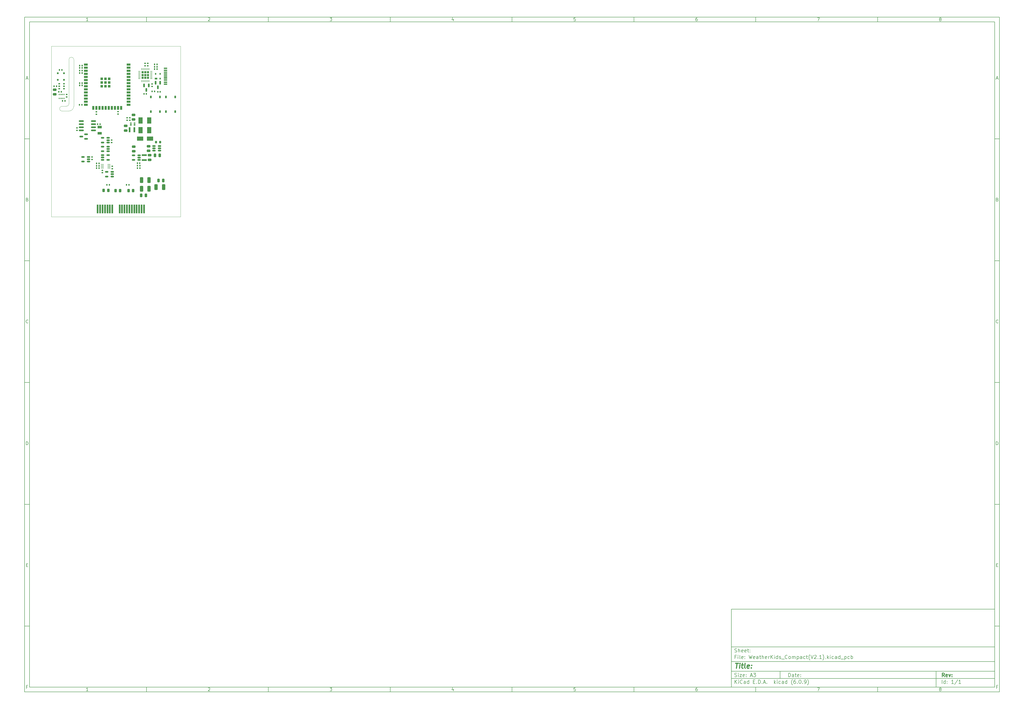
<source format=gbr>
%TF.GenerationSoftware,KiCad,Pcbnew,(6.0.9)*%
%TF.CreationDate,2023-07-16T00:02:42+05:30*%
%TF.ProjectId,WeatherKids_Compact(V2.1),57656174-6865-4724-9b69-64735f436f6d,rev?*%
%TF.SameCoordinates,Original*%
%TF.FileFunction,Paste,Top*%
%TF.FilePolarity,Positive*%
%FSLAX46Y46*%
G04 Gerber Fmt 4.6, Leading zero omitted, Abs format (unit mm)*
G04 Created by KiCad (PCBNEW (6.0.9)) date 2023-07-16 00:02:42*
%MOMM*%
%LPD*%
G01*
G04 APERTURE LIST*
G04 Aperture macros list*
%AMRoundRect*
0 Rectangle with rounded corners*
0 $1 Rounding radius*
0 $2 $3 $4 $5 $6 $7 $8 $9 X,Y pos of 4 corners*
0 Add a 4 corners polygon primitive as box body*
4,1,4,$2,$3,$4,$5,$6,$7,$8,$9,$2,$3,0*
0 Add four circle primitives for the rounded corners*
1,1,$1+$1,$2,$3*
1,1,$1+$1,$4,$5*
1,1,$1+$1,$6,$7*
1,1,$1+$1,$8,$9*
0 Add four rect primitives between the rounded corners*
20,1,$1+$1,$2,$3,$4,$5,0*
20,1,$1+$1,$4,$5,$6,$7,0*
20,1,$1+$1,$6,$7,$8,$9,0*
20,1,$1+$1,$8,$9,$2,$3,0*%
G04 Aperture macros list end*
%ADD10C,0.100000*%
%ADD11C,0.150000*%
%ADD12C,0.300000*%
%ADD13C,0.400000*%
%TA.AperFunction,Profile*%
%ADD14C,0.050000*%
%TD*%
%ADD15RoundRect,0.150000X0.512500X0.150000X-0.512500X0.150000X-0.512500X-0.150000X0.512500X-0.150000X0*%
%ADD16RoundRect,0.135000X0.135000X0.185000X-0.135000X0.185000X-0.135000X-0.185000X0.135000X-0.185000X0*%
%ADD17RoundRect,0.250000X0.475000X-0.250000X0.475000X0.250000X-0.475000X0.250000X-0.475000X-0.250000X0*%
%ADD18RoundRect,0.135000X-0.185000X0.135000X-0.185000X-0.135000X0.185000X-0.135000X0.185000X0.135000X0*%
%ADD19RoundRect,0.135000X0.185000X-0.135000X0.185000X0.135000X-0.185000X0.135000X-0.185000X-0.135000X0*%
%ADD20RoundRect,0.140000X-0.140000X-0.170000X0.140000X-0.170000X0.140000X0.170000X-0.140000X0.170000X0*%
%ADD21RoundRect,0.187500X-0.187500X0.312500X-0.187500X-0.312500X0.187500X-0.312500X0.187500X0.312500X0*%
%ADD22RoundRect,0.135000X-0.135000X-0.185000X0.135000X-0.185000X0.135000X0.185000X-0.135000X0.185000X0*%
%ADD23R,1.800000X2.500000*%
%ADD24R,2.000000X0.800000*%
%ADD25RoundRect,0.200000X0.200000X0.275000X-0.200000X0.275000X-0.200000X-0.275000X0.200000X-0.275000X0*%
%ADD26RoundRect,0.225000X0.225000X0.225000X-0.225000X0.225000X-0.225000X-0.225000X0.225000X-0.225000X0*%
%ADD27RoundRect,0.062500X0.337500X0.062500X-0.337500X0.062500X-0.337500X-0.062500X0.337500X-0.062500X0*%
%ADD28RoundRect,0.062500X0.062500X0.337500X-0.062500X0.337500X-0.062500X-0.337500X0.062500X-0.337500X0*%
%ADD29RoundRect,0.150000X0.587500X0.150000X-0.587500X0.150000X-0.587500X-0.150000X0.587500X-0.150000X0*%
%ADD30R,2.500000X1.800000*%
%ADD31RoundRect,0.250000X-0.250000X-0.475000X0.250000X-0.475000X0.250000X0.475000X-0.250000X0.475000X0*%
%ADD32RoundRect,0.243750X-0.243750X-0.456250X0.243750X-0.456250X0.243750X0.456250X-0.243750X0.456250X0*%
%ADD33RoundRect,0.250000X0.250000X0.475000X-0.250000X0.475000X-0.250000X-0.475000X0.250000X-0.475000X0*%
%ADD34RoundRect,0.140000X-0.170000X0.140000X-0.170000X-0.140000X0.170000X-0.140000X0.170000X0.140000X0*%
%ADD35RoundRect,0.150000X0.825000X0.150000X-0.825000X0.150000X-0.825000X-0.150000X0.825000X-0.150000X0*%
%ADD36RoundRect,0.250000X-0.412500X-0.925000X0.412500X-0.925000X0.412500X0.925000X-0.412500X0.925000X0*%
%ADD37RoundRect,0.150000X-0.512500X-0.150000X0.512500X-0.150000X0.512500X0.150000X-0.512500X0.150000X0*%
%ADD38RoundRect,0.140000X0.140000X0.170000X-0.140000X0.170000X-0.140000X-0.170000X0.140000X-0.170000X0*%
%ADD39R,1.168400X0.254000*%
%ADD40R,1.450000X0.600000*%
%ADD41R,1.450000X0.300000*%
%ADD42RoundRect,0.243750X0.243750X0.456250X-0.243750X0.456250X-0.243750X-0.456250X0.243750X-0.456250X0*%
%ADD43R,0.800000X0.800000*%
%ADD44R,0.700000X3.600000*%
%ADD45RoundRect,0.150000X-0.150000X0.587500X-0.150000X-0.587500X0.150000X-0.587500X0.150000X0.587500X0*%
%ADD46R,1.500000X0.900000*%
%ADD47R,0.900000X1.500000*%
%ADD48R,1.050000X1.050000*%
%ADD49R,0.350000X0.500000*%
%ADD50R,0.800000X0.500000*%
%ADD51R,0.800000X2.000000*%
%ADD52R,1.800000X1.000000*%
%ADD53RoundRect,0.140000X0.170000X-0.140000X0.170000X0.140000X-0.170000X0.140000X-0.170000X-0.140000X0*%
%ADD54RoundRect,0.250000X0.412500X0.925000X-0.412500X0.925000X-0.412500X-0.925000X0.412500X-0.925000X0*%
%ADD55RoundRect,0.250000X-0.475000X0.250000X-0.475000X-0.250000X0.475000X-0.250000X0.475000X0.250000X0*%
%ADD56R,0.670001X0.299999*%
%ADD57R,1.000000X0.700000*%
%ADD58R,0.600000X0.700000*%
G04 APERTURE END LIST*
D10*
D11*
X299989000Y-253002200D02*
X299989000Y-285002200D01*
X407989000Y-285002200D01*
X407989000Y-253002200D01*
X299989000Y-253002200D01*
D10*
D11*
X10000000Y-10000000D02*
X10000000Y-287002200D01*
X409989000Y-287002200D01*
X409989000Y-10000000D01*
X10000000Y-10000000D01*
D10*
D11*
X12000000Y-12000000D02*
X12000000Y-285002200D01*
X407989000Y-285002200D01*
X407989000Y-12000000D01*
X12000000Y-12000000D01*
D10*
D11*
X60000000Y-12000000D02*
X60000000Y-10000000D01*
D10*
D11*
X110000000Y-12000000D02*
X110000000Y-10000000D01*
D10*
D11*
X160000000Y-12000000D02*
X160000000Y-10000000D01*
D10*
D11*
X210000000Y-12000000D02*
X210000000Y-10000000D01*
D10*
D11*
X260000000Y-12000000D02*
X260000000Y-10000000D01*
D10*
D11*
X310000000Y-12000000D02*
X310000000Y-10000000D01*
D10*
D11*
X360000000Y-12000000D02*
X360000000Y-10000000D01*
D10*
D11*
X36065476Y-11588095D02*
X35322619Y-11588095D01*
X35694047Y-11588095D02*
X35694047Y-10288095D01*
X35570238Y-10473809D01*
X35446428Y-10597619D01*
X35322619Y-10659523D01*
D10*
D11*
X85322619Y-10411904D02*
X85384523Y-10350000D01*
X85508333Y-10288095D01*
X85817857Y-10288095D01*
X85941666Y-10350000D01*
X86003571Y-10411904D01*
X86065476Y-10535714D01*
X86065476Y-10659523D01*
X86003571Y-10845238D01*
X85260714Y-11588095D01*
X86065476Y-11588095D01*
D10*
D11*
X135260714Y-10288095D02*
X136065476Y-10288095D01*
X135632142Y-10783333D01*
X135817857Y-10783333D01*
X135941666Y-10845238D01*
X136003571Y-10907142D01*
X136065476Y-11030952D01*
X136065476Y-11340476D01*
X136003571Y-11464285D01*
X135941666Y-11526190D01*
X135817857Y-11588095D01*
X135446428Y-11588095D01*
X135322619Y-11526190D01*
X135260714Y-11464285D01*
D10*
D11*
X185941666Y-10721428D02*
X185941666Y-11588095D01*
X185632142Y-10226190D02*
X185322619Y-11154761D01*
X186127380Y-11154761D01*
D10*
D11*
X236003571Y-10288095D02*
X235384523Y-10288095D01*
X235322619Y-10907142D01*
X235384523Y-10845238D01*
X235508333Y-10783333D01*
X235817857Y-10783333D01*
X235941666Y-10845238D01*
X236003571Y-10907142D01*
X236065476Y-11030952D01*
X236065476Y-11340476D01*
X236003571Y-11464285D01*
X235941666Y-11526190D01*
X235817857Y-11588095D01*
X235508333Y-11588095D01*
X235384523Y-11526190D01*
X235322619Y-11464285D01*
D10*
D11*
X285941666Y-10288095D02*
X285694047Y-10288095D01*
X285570238Y-10350000D01*
X285508333Y-10411904D01*
X285384523Y-10597619D01*
X285322619Y-10845238D01*
X285322619Y-11340476D01*
X285384523Y-11464285D01*
X285446428Y-11526190D01*
X285570238Y-11588095D01*
X285817857Y-11588095D01*
X285941666Y-11526190D01*
X286003571Y-11464285D01*
X286065476Y-11340476D01*
X286065476Y-11030952D01*
X286003571Y-10907142D01*
X285941666Y-10845238D01*
X285817857Y-10783333D01*
X285570238Y-10783333D01*
X285446428Y-10845238D01*
X285384523Y-10907142D01*
X285322619Y-11030952D01*
D10*
D11*
X335260714Y-10288095D02*
X336127380Y-10288095D01*
X335570238Y-11588095D01*
D10*
D11*
X385570238Y-10845238D02*
X385446428Y-10783333D01*
X385384523Y-10721428D01*
X385322619Y-10597619D01*
X385322619Y-10535714D01*
X385384523Y-10411904D01*
X385446428Y-10350000D01*
X385570238Y-10288095D01*
X385817857Y-10288095D01*
X385941666Y-10350000D01*
X386003571Y-10411904D01*
X386065476Y-10535714D01*
X386065476Y-10597619D01*
X386003571Y-10721428D01*
X385941666Y-10783333D01*
X385817857Y-10845238D01*
X385570238Y-10845238D01*
X385446428Y-10907142D01*
X385384523Y-10969047D01*
X385322619Y-11092857D01*
X385322619Y-11340476D01*
X385384523Y-11464285D01*
X385446428Y-11526190D01*
X385570238Y-11588095D01*
X385817857Y-11588095D01*
X385941666Y-11526190D01*
X386003571Y-11464285D01*
X386065476Y-11340476D01*
X386065476Y-11092857D01*
X386003571Y-10969047D01*
X385941666Y-10907142D01*
X385817857Y-10845238D01*
D10*
D11*
X60000000Y-285002200D02*
X60000000Y-287002200D01*
D10*
D11*
X110000000Y-285002200D02*
X110000000Y-287002200D01*
D10*
D11*
X160000000Y-285002200D02*
X160000000Y-287002200D01*
D10*
D11*
X210000000Y-285002200D02*
X210000000Y-287002200D01*
D10*
D11*
X260000000Y-285002200D02*
X260000000Y-287002200D01*
D10*
D11*
X310000000Y-285002200D02*
X310000000Y-287002200D01*
D10*
D11*
X360000000Y-285002200D02*
X360000000Y-287002200D01*
D10*
D11*
X36065476Y-286590295D02*
X35322619Y-286590295D01*
X35694047Y-286590295D02*
X35694047Y-285290295D01*
X35570238Y-285476009D01*
X35446428Y-285599819D01*
X35322619Y-285661723D01*
D10*
D11*
X85322619Y-285414104D02*
X85384523Y-285352200D01*
X85508333Y-285290295D01*
X85817857Y-285290295D01*
X85941666Y-285352200D01*
X86003571Y-285414104D01*
X86065476Y-285537914D01*
X86065476Y-285661723D01*
X86003571Y-285847438D01*
X85260714Y-286590295D01*
X86065476Y-286590295D01*
D10*
D11*
X135260714Y-285290295D02*
X136065476Y-285290295D01*
X135632142Y-285785533D01*
X135817857Y-285785533D01*
X135941666Y-285847438D01*
X136003571Y-285909342D01*
X136065476Y-286033152D01*
X136065476Y-286342676D01*
X136003571Y-286466485D01*
X135941666Y-286528390D01*
X135817857Y-286590295D01*
X135446428Y-286590295D01*
X135322619Y-286528390D01*
X135260714Y-286466485D01*
D10*
D11*
X185941666Y-285723628D02*
X185941666Y-286590295D01*
X185632142Y-285228390D02*
X185322619Y-286156961D01*
X186127380Y-286156961D01*
D10*
D11*
X236003571Y-285290295D02*
X235384523Y-285290295D01*
X235322619Y-285909342D01*
X235384523Y-285847438D01*
X235508333Y-285785533D01*
X235817857Y-285785533D01*
X235941666Y-285847438D01*
X236003571Y-285909342D01*
X236065476Y-286033152D01*
X236065476Y-286342676D01*
X236003571Y-286466485D01*
X235941666Y-286528390D01*
X235817857Y-286590295D01*
X235508333Y-286590295D01*
X235384523Y-286528390D01*
X235322619Y-286466485D01*
D10*
D11*
X285941666Y-285290295D02*
X285694047Y-285290295D01*
X285570238Y-285352200D01*
X285508333Y-285414104D01*
X285384523Y-285599819D01*
X285322619Y-285847438D01*
X285322619Y-286342676D01*
X285384523Y-286466485D01*
X285446428Y-286528390D01*
X285570238Y-286590295D01*
X285817857Y-286590295D01*
X285941666Y-286528390D01*
X286003571Y-286466485D01*
X286065476Y-286342676D01*
X286065476Y-286033152D01*
X286003571Y-285909342D01*
X285941666Y-285847438D01*
X285817857Y-285785533D01*
X285570238Y-285785533D01*
X285446428Y-285847438D01*
X285384523Y-285909342D01*
X285322619Y-286033152D01*
D10*
D11*
X335260714Y-285290295D02*
X336127380Y-285290295D01*
X335570238Y-286590295D01*
D10*
D11*
X385570238Y-285847438D02*
X385446428Y-285785533D01*
X385384523Y-285723628D01*
X385322619Y-285599819D01*
X385322619Y-285537914D01*
X385384523Y-285414104D01*
X385446428Y-285352200D01*
X385570238Y-285290295D01*
X385817857Y-285290295D01*
X385941666Y-285352200D01*
X386003571Y-285414104D01*
X386065476Y-285537914D01*
X386065476Y-285599819D01*
X386003571Y-285723628D01*
X385941666Y-285785533D01*
X385817857Y-285847438D01*
X385570238Y-285847438D01*
X385446428Y-285909342D01*
X385384523Y-285971247D01*
X385322619Y-286095057D01*
X385322619Y-286342676D01*
X385384523Y-286466485D01*
X385446428Y-286528390D01*
X385570238Y-286590295D01*
X385817857Y-286590295D01*
X385941666Y-286528390D01*
X386003571Y-286466485D01*
X386065476Y-286342676D01*
X386065476Y-286095057D01*
X386003571Y-285971247D01*
X385941666Y-285909342D01*
X385817857Y-285847438D01*
D10*
D11*
X10000000Y-60000000D02*
X12000000Y-60000000D01*
D10*
D11*
X10000000Y-110000000D02*
X12000000Y-110000000D01*
D10*
D11*
X10000000Y-160000000D02*
X12000000Y-160000000D01*
D10*
D11*
X10000000Y-210000000D02*
X12000000Y-210000000D01*
D10*
D11*
X10000000Y-260000000D02*
X12000000Y-260000000D01*
D10*
D11*
X10690476Y-35216666D02*
X11309523Y-35216666D01*
X10566666Y-35588095D02*
X11000000Y-34288095D01*
X11433333Y-35588095D01*
D10*
D11*
X11092857Y-84907142D02*
X11278571Y-84969047D01*
X11340476Y-85030952D01*
X11402380Y-85154761D01*
X11402380Y-85340476D01*
X11340476Y-85464285D01*
X11278571Y-85526190D01*
X11154761Y-85588095D01*
X10659523Y-85588095D01*
X10659523Y-84288095D01*
X11092857Y-84288095D01*
X11216666Y-84350000D01*
X11278571Y-84411904D01*
X11340476Y-84535714D01*
X11340476Y-84659523D01*
X11278571Y-84783333D01*
X11216666Y-84845238D01*
X11092857Y-84907142D01*
X10659523Y-84907142D01*
D10*
D11*
X11402380Y-135464285D02*
X11340476Y-135526190D01*
X11154761Y-135588095D01*
X11030952Y-135588095D01*
X10845238Y-135526190D01*
X10721428Y-135402380D01*
X10659523Y-135278571D01*
X10597619Y-135030952D01*
X10597619Y-134845238D01*
X10659523Y-134597619D01*
X10721428Y-134473809D01*
X10845238Y-134350000D01*
X11030952Y-134288095D01*
X11154761Y-134288095D01*
X11340476Y-134350000D01*
X11402380Y-134411904D01*
D10*
D11*
X10659523Y-185588095D02*
X10659523Y-184288095D01*
X10969047Y-184288095D01*
X11154761Y-184350000D01*
X11278571Y-184473809D01*
X11340476Y-184597619D01*
X11402380Y-184845238D01*
X11402380Y-185030952D01*
X11340476Y-185278571D01*
X11278571Y-185402380D01*
X11154761Y-185526190D01*
X10969047Y-185588095D01*
X10659523Y-185588095D01*
D10*
D11*
X10721428Y-234907142D02*
X11154761Y-234907142D01*
X11340476Y-235588095D02*
X10721428Y-235588095D01*
X10721428Y-234288095D01*
X11340476Y-234288095D01*
D10*
D11*
X11185714Y-284907142D02*
X10752380Y-284907142D01*
X10752380Y-285588095D02*
X10752380Y-284288095D01*
X11371428Y-284288095D01*
D10*
D11*
X409989000Y-60000000D02*
X407989000Y-60000000D01*
D10*
D11*
X409989000Y-110000000D02*
X407989000Y-110000000D01*
D10*
D11*
X409989000Y-160000000D02*
X407989000Y-160000000D01*
D10*
D11*
X409989000Y-210000000D02*
X407989000Y-210000000D01*
D10*
D11*
X409989000Y-260000000D02*
X407989000Y-260000000D01*
D10*
D11*
X408679476Y-35216666D02*
X409298523Y-35216666D01*
X408555666Y-35588095D02*
X408989000Y-34288095D01*
X409422333Y-35588095D01*
D10*
D11*
X409081857Y-84907142D02*
X409267571Y-84969047D01*
X409329476Y-85030952D01*
X409391380Y-85154761D01*
X409391380Y-85340476D01*
X409329476Y-85464285D01*
X409267571Y-85526190D01*
X409143761Y-85588095D01*
X408648523Y-85588095D01*
X408648523Y-84288095D01*
X409081857Y-84288095D01*
X409205666Y-84350000D01*
X409267571Y-84411904D01*
X409329476Y-84535714D01*
X409329476Y-84659523D01*
X409267571Y-84783333D01*
X409205666Y-84845238D01*
X409081857Y-84907142D01*
X408648523Y-84907142D01*
D10*
D11*
X409391380Y-135464285D02*
X409329476Y-135526190D01*
X409143761Y-135588095D01*
X409019952Y-135588095D01*
X408834238Y-135526190D01*
X408710428Y-135402380D01*
X408648523Y-135278571D01*
X408586619Y-135030952D01*
X408586619Y-134845238D01*
X408648523Y-134597619D01*
X408710428Y-134473809D01*
X408834238Y-134350000D01*
X409019952Y-134288095D01*
X409143761Y-134288095D01*
X409329476Y-134350000D01*
X409391380Y-134411904D01*
D10*
D11*
X408648523Y-185588095D02*
X408648523Y-184288095D01*
X408958047Y-184288095D01*
X409143761Y-184350000D01*
X409267571Y-184473809D01*
X409329476Y-184597619D01*
X409391380Y-184845238D01*
X409391380Y-185030952D01*
X409329476Y-185278571D01*
X409267571Y-185402380D01*
X409143761Y-185526190D01*
X408958047Y-185588095D01*
X408648523Y-185588095D01*
D10*
D11*
X408710428Y-234907142D02*
X409143761Y-234907142D01*
X409329476Y-235588095D02*
X408710428Y-235588095D01*
X408710428Y-234288095D01*
X409329476Y-234288095D01*
D10*
D11*
X409174714Y-284907142D02*
X408741380Y-284907142D01*
X408741380Y-285588095D02*
X408741380Y-284288095D01*
X409360428Y-284288095D01*
D10*
D11*
X323421142Y-280780771D02*
X323421142Y-279280771D01*
X323778285Y-279280771D01*
X323992571Y-279352200D01*
X324135428Y-279495057D01*
X324206857Y-279637914D01*
X324278285Y-279923628D01*
X324278285Y-280137914D01*
X324206857Y-280423628D01*
X324135428Y-280566485D01*
X323992571Y-280709342D01*
X323778285Y-280780771D01*
X323421142Y-280780771D01*
X325564000Y-280780771D02*
X325564000Y-279995057D01*
X325492571Y-279852200D01*
X325349714Y-279780771D01*
X325064000Y-279780771D01*
X324921142Y-279852200D01*
X325564000Y-280709342D02*
X325421142Y-280780771D01*
X325064000Y-280780771D01*
X324921142Y-280709342D01*
X324849714Y-280566485D01*
X324849714Y-280423628D01*
X324921142Y-280280771D01*
X325064000Y-280209342D01*
X325421142Y-280209342D01*
X325564000Y-280137914D01*
X326064000Y-279780771D02*
X326635428Y-279780771D01*
X326278285Y-279280771D02*
X326278285Y-280566485D01*
X326349714Y-280709342D01*
X326492571Y-280780771D01*
X326635428Y-280780771D01*
X327706857Y-280709342D02*
X327564000Y-280780771D01*
X327278285Y-280780771D01*
X327135428Y-280709342D01*
X327064000Y-280566485D01*
X327064000Y-279995057D01*
X327135428Y-279852200D01*
X327278285Y-279780771D01*
X327564000Y-279780771D01*
X327706857Y-279852200D01*
X327778285Y-279995057D01*
X327778285Y-280137914D01*
X327064000Y-280280771D01*
X328421142Y-280637914D02*
X328492571Y-280709342D01*
X328421142Y-280780771D01*
X328349714Y-280709342D01*
X328421142Y-280637914D01*
X328421142Y-280780771D01*
X328421142Y-279852200D02*
X328492571Y-279923628D01*
X328421142Y-279995057D01*
X328349714Y-279923628D01*
X328421142Y-279852200D01*
X328421142Y-279995057D01*
D10*
D11*
X299989000Y-281502200D02*
X407989000Y-281502200D01*
D10*
D11*
X301421142Y-283580771D02*
X301421142Y-282080771D01*
X302278285Y-283580771D02*
X301635428Y-282723628D01*
X302278285Y-282080771D02*
X301421142Y-282937914D01*
X302921142Y-283580771D02*
X302921142Y-282580771D01*
X302921142Y-282080771D02*
X302849714Y-282152200D01*
X302921142Y-282223628D01*
X302992571Y-282152200D01*
X302921142Y-282080771D01*
X302921142Y-282223628D01*
X304492571Y-283437914D02*
X304421142Y-283509342D01*
X304206857Y-283580771D01*
X304064000Y-283580771D01*
X303849714Y-283509342D01*
X303706857Y-283366485D01*
X303635428Y-283223628D01*
X303564000Y-282937914D01*
X303564000Y-282723628D01*
X303635428Y-282437914D01*
X303706857Y-282295057D01*
X303849714Y-282152200D01*
X304064000Y-282080771D01*
X304206857Y-282080771D01*
X304421142Y-282152200D01*
X304492571Y-282223628D01*
X305778285Y-283580771D02*
X305778285Y-282795057D01*
X305706857Y-282652200D01*
X305564000Y-282580771D01*
X305278285Y-282580771D01*
X305135428Y-282652200D01*
X305778285Y-283509342D02*
X305635428Y-283580771D01*
X305278285Y-283580771D01*
X305135428Y-283509342D01*
X305064000Y-283366485D01*
X305064000Y-283223628D01*
X305135428Y-283080771D01*
X305278285Y-283009342D01*
X305635428Y-283009342D01*
X305778285Y-282937914D01*
X307135428Y-283580771D02*
X307135428Y-282080771D01*
X307135428Y-283509342D02*
X306992571Y-283580771D01*
X306706857Y-283580771D01*
X306564000Y-283509342D01*
X306492571Y-283437914D01*
X306421142Y-283295057D01*
X306421142Y-282866485D01*
X306492571Y-282723628D01*
X306564000Y-282652200D01*
X306706857Y-282580771D01*
X306992571Y-282580771D01*
X307135428Y-282652200D01*
X308992571Y-282795057D02*
X309492571Y-282795057D01*
X309706857Y-283580771D02*
X308992571Y-283580771D01*
X308992571Y-282080771D01*
X309706857Y-282080771D01*
X310349714Y-283437914D02*
X310421142Y-283509342D01*
X310349714Y-283580771D01*
X310278285Y-283509342D01*
X310349714Y-283437914D01*
X310349714Y-283580771D01*
X311064000Y-283580771D02*
X311064000Y-282080771D01*
X311421142Y-282080771D01*
X311635428Y-282152200D01*
X311778285Y-282295057D01*
X311849714Y-282437914D01*
X311921142Y-282723628D01*
X311921142Y-282937914D01*
X311849714Y-283223628D01*
X311778285Y-283366485D01*
X311635428Y-283509342D01*
X311421142Y-283580771D01*
X311064000Y-283580771D01*
X312564000Y-283437914D02*
X312635428Y-283509342D01*
X312564000Y-283580771D01*
X312492571Y-283509342D01*
X312564000Y-283437914D01*
X312564000Y-283580771D01*
X313206857Y-283152200D02*
X313921142Y-283152200D01*
X313064000Y-283580771D02*
X313564000Y-282080771D01*
X314064000Y-283580771D01*
X314564000Y-283437914D02*
X314635428Y-283509342D01*
X314564000Y-283580771D01*
X314492571Y-283509342D01*
X314564000Y-283437914D01*
X314564000Y-283580771D01*
X317564000Y-283580771D02*
X317564000Y-282080771D01*
X317706857Y-283009342D02*
X318135428Y-283580771D01*
X318135428Y-282580771D02*
X317564000Y-283152200D01*
X318778285Y-283580771D02*
X318778285Y-282580771D01*
X318778285Y-282080771D02*
X318706857Y-282152200D01*
X318778285Y-282223628D01*
X318849714Y-282152200D01*
X318778285Y-282080771D01*
X318778285Y-282223628D01*
X320135428Y-283509342D02*
X319992571Y-283580771D01*
X319706857Y-283580771D01*
X319564000Y-283509342D01*
X319492571Y-283437914D01*
X319421142Y-283295057D01*
X319421142Y-282866485D01*
X319492571Y-282723628D01*
X319564000Y-282652200D01*
X319706857Y-282580771D01*
X319992571Y-282580771D01*
X320135428Y-282652200D01*
X321421142Y-283580771D02*
X321421142Y-282795057D01*
X321349714Y-282652200D01*
X321206857Y-282580771D01*
X320921142Y-282580771D01*
X320778285Y-282652200D01*
X321421142Y-283509342D02*
X321278285Y-283580771D01*
X320921142Y-283580771D01*
X320778285Y-283509342D01*
X320706857Y-283366485D01*
X320706857Y-283223628D01*
X320778285Y-283080771D01*
X320921142Y-283009342D01*
X321278285Y-283009342D01*
X321421142Y-282937914D01*
X322778285Y-283580771D02*
X322778285Y-282080771D01*
X322778285Y-283509342D02*
X322635428Y-283580771D01*
X322349714Y-283580771D01*
X322206857Y-283509342D01*
X322135428Y-283437914D01*
X322064000Y-283295057D01*
X322064000Y-282866485D01*
X322135428Y-282723628D01*
X322206857Y-282652200D01*
X322349714Y-282580771D01*
X322635428Y-282580771D01*
X322778285Y-282652200D01*
X325064000Y-284152200D02*
X324992571Y-284080771D01*
X324849714Y-283866485D01*
X324778285Y-283723628D01*
X324706857Y-283509342D01*
X324635428Y-283152200D01*
X324635428Y-282866485D01*
X324706857Y-282509342D01*
X324778285Y-282295057D01*
X324849714Y-282152200D01*
X324992571Y-281937914D01*
X325064000Y-281866485D01*
X326278285Y-282080771D02*
X325992571Y-282080771D01*
X325849714Y-282152200D01*
X325778285Y-282223628D01*
X325635428Y-282437914D01*
X325564000Y-282723628D01*
X325564000Y-283295057D01*
X325635428Y-283437914D01*
X325706857Y-283509342D01*
X325849714Y-283580771D01*
X326135428Y-283580771D01*
X326278285Y-283509342D01*
X326349714Y-283437914D01*
X326421142Y-283295057D01*
X326421142Y-282937914D01*
X326349714Y-282795057D01*
X326278285Y-282723628D01*
X326135428Y-282652200D01*
X325849714Y-282652200D01*
X325706857Y-282723628D01*
X325635428Y-282795057D01*
X325564000Y-282937914D01*
X327064000Y-283437914D02*
X327135428Y-283509342D01*
X327064000Y-283580771D01*
X326992571Y-283509342D01*
X327064000Y-283437914D01*
X327064000Y-283580771D01*
X328064000Y-282080771D02*
X328206857Y-282080771D01*
X328349714Y-282152200D01*
X328421142Y-282223628D01*
X328492571Y-282366485D01*
X328564000Y-282652200D01*
X328564000Y-283009342D01*
X328492571Y-283295057D01*
X328421142Y-283437914D01*
X328349714Y-283509342D01*
X328206857Y-283580771D01*
X328064000Y-283580771D01*
X327921142Y-283509342D01*
X327849714Y-283437914D01*
X327778285Y-283295057D01*
X327706857Y-283009342D01*
X327706857Y-282652200D01*
X327778285Y-282366485D01*
X327849714Y-282223628D01*
X327921142Y-282152200D01*
X328064000Y-282080771D01*
X329206857Y-283437914D02*
X329278285Y-283509342D01*
X329206857Y-283580771D01*
X329135428Y-283509342D01*
X329206857Y-283437914D01*
X329206857Y-283580771D01*
X329992571Y-283580771D02*
X330278285Y-283580771D01*
X330421142Y-283509342D01*
X330492571Y-283437914D01*
X330635428Y-283223628D01*
X330706857Y-282937914D01*
X330706857Y-282366485D01*
X330635428Y-282223628D01*
X330564000Y-282152200D01*
X330421142Y-282080771D01*
X330135428Y-282080771D01*
X329992571Y-282152200D01*
X329921142Y-282223628D01*
X329849714Y-282366485D01*
X329849714Y-282723628D01*
X329921142Y-282866485D01*
X329992571Y-282937914D01*
X330135428Y-283009342D01*
X330421142Y-283009342D01*
X330564000Y-282937914D01*
X330635428Y-282866485D01*
X330706857Y-282723628D01*
X331206857Y-284152200D02*
X331278285Y-284080771D01*
X331421142Y-283866485D01*
X331492571Y-283723628D01*
X331564000Y-283509342D01*
X331635428Y-283152200D01*
X331635428Y-282866485D01*
X331564000Y-282509342D01*
X331492571Y-282295057D01*
X331421142Y-282152200D01*
X331278285Y-281937914D01*
X331206857Y-281866485D01*
D10*
D11*
X299989000Y-278502200D02*
X407989000Y-278502200D01*
D10*
D12*
X387398285Y-280780771D02*
X386898285Y-280066485D01*
X386541142Y-280780771D02*
X386541142Y-279280771D01*
X387112571Y-279280771D01*
X387255428Y-279352200D01*
X387326857Y-279423628D01*
X387398285Y-279566485D01*
X387398285Y-279780771D01*
X387326857Y-279923628D01*
X387255428Y-279995057D01*
X387112571Y-280066485D01*
X386541142Y-280066485D01*
X388612571Y-280709342D02*
X388469714Y-280780771D01*
X388184000Y-280780771D01*
X388041142Y-280709342D01*
X387969714Y-280566485D01*
X387969714Y-279995057D01*
X388041142Y-279852200D01*
X388184000Y-279780771D01*
X388469714Y-279780771D01*
X388612571Y-279852200D01*
X388684000Y-279995057D01*
X388684000Y-280137914D01*
X387969714Y-280280771D01*
X389184000Y-279780771D02*
X389541142Y-280780771D01*
X389898285Y-279780771D01*
X390469714Y-280637914D02*
X390541142Y-280709342D01*
X390469714Y-280780771D01*
X390398285Y-280709342D01*
X390469714Y-280637914D01*
X390469714Y-280780771D01*
X390469714Y-279852200D02*
X390541142Y-279923628D01*
X390469714Y-279995057D01*
X390398285Y-279923628D01*
X390469714Y-279852200D01*
X390469714Y-279995057D01*
D10*
D11*
X301349714Y-280709342D02*
X301564000Y-280780771D01*
X301921142Y-280780771D01*
X302064000Y-280709342D01*
X302135428Y-280637914D01*
X302206857Y-280495057D01*
X302206857Y-280352200D01*
X302135428Y-280209342D01*
X302064000Y-280137914D01*
X301921142Y-280066485D01*
X301635428Y-279995057D01*
X301492571Y-279923628D01*
X301421142Y-279852200D01*
X301349714Y-279709342D01*
X301349714Y-279566485D01*
X301421142Y-279423628D01*
X301492571Y-279352200D01*
X301635428Y-279280771D01*
X301992571Y-279280771D01*
X302206857Y-279352200D01*
X302849714Y-280780771D02*
X302849714Y-279780771D01*
X302849714Y-279280771D02*
X302778285Y-279352200D01*
X302849714Y-279423628D01*
X302921142Y-279352200D01*
X302849714Y-279280771D01*
X302849714Y-279423628D01*
X303421142Y-279780771D02*
X304206857Y-279780771D01*
X303421142Y-280780771D01*
X304206857Y-280780771D01*
X305349714Y-280709342D02*
X305206857Y-280780771D01*
X304921142Y-280780771D01*
X304778285Y-280709342D01*
X304706857Y-280566485D01*
X304706857Y-279995057D01*
X304778285Y-279852200D01*
X304921142Y-279780771D01*
X305206857Y-279780771D01*
X305349714Y-279852200D01*
X305421142Y-279995057D01*
X305421142Y-280137914D01*
X304706857Y-280280771D01*
X306064000Y-280637914D02*
X306135428Y-280709342D01*
X306064000Y-280780771D01*
X305992571Y-280709342D01*
X306064000Y-280637914D01*
X306064000Y-280780771D01*
X306064000Y-279852200D02*
X306135428Y-279923628D01*
X306064000Y-279995057D01*
X305992571Y-279923628D01*
X306064000Y-279852200D01*
X306064000Y-279995057D01*
X307849714Y-280352200D02*
X308564000Y-280352200D01*
X307706857Y-280780771D02*
X308206857Y-279280771D01*
X308706857Y-280780771D01*
X309064000Y-279280771D02*
X309992571Y-279280771D01*
X309492571Y-279852200D01*
X309706857Y-279852200D01*
X309849714Y-279923628D01*
X309921142Y-279995057D01*
X309992571Y-280137914D01*
X309992571Y-280495057D01*
X309921142Y-280637914D01*
X309849714Y-280709342D01*
X309706857Y-280780771D01*
X309278285Y-280780771D01*
X309135428Y-280709342D01*
X309064000Y-280637914D01*
D10*
D11*
X386421142Y-283580771D02*
X386421142Y-282080771D01*
X387778285Y-283580771D02*
X387778285Y-282080771D01*
X387778285Y-283509342D02*
X387635428Y-283580771D01*
X387349714Y-283580771D01*
X387206857Y-283509342D01*
X387135428Y-283437914D01*
X387064000Y-283295057D01*
X387064000Y-282866485D01*
X387135428Y-282723628D01*
X387206857Y-282652200D01*
X387349714Y-282580771D01*
X387635428Y-282580771D01*
X387778285Y-282652200D01*
X388492571Y-283437914D02*
X388564000Y-283509342D01*
X388492571Y-283580771D01*
X388421142Y-283509342D01*
X388492571Y-283437914D01*
X388492571Y-283580771D01*
X388492571Y-282652200D02*
X388564000Y-282723628D01*
X388492571Y-282795057D01*
X388421142Y-282723628D01*
X388492571Y-282652200D01*
X388492571Y-282795057D01*
X391135428Y-283580771D02*
X390278285Y-283580771D01*
X390706857Y-283580771D02*
X390706857Y-282080771D01*
X390564000Y-282295057D01*
X390421142Y-282437914D01*
X390278285Y-282509342D01*
X392849714Y-282009342D02*
X391564000Y-283937914D01*
X394135428Y-283580771D02*
X393278285Y-283580771D01*
X393706857Y-283580771D02*
X393706857Y-282080771D01*
X393564000Y-282295057D01*
X393421142Y-282437914D01*
X393278285Y-282509342D01*
D10*
D11*
X299989000Y-274502200D02*
X407989000Y-274502200D01*
D10*
D13*
X301701380Y-275206961D02*
X302844238Y-275206961D01*
X302022809Y-277206961D02*
X302272809Y-275206961D01*
X303260904Y-277206961D02*
X303427571Y-275873628D01*
X303510904Y-275206961D02*
X303403761Y-275302200D01*
X303487095Y-275397438D01*
X303594238Y-275302200D01*
X303510904Y-275206961D01*
X303487095Y-275397438D01*
X304094238Y-275873628D02*
X304856142Y-275873628D01*
X304463285Y-275206961D02*
X304249000Y-276921247D01*
X304320428Y-277111723D01*
X304499000Y-277206961D01*
X304689476Y-277206961D01*
X305641857Y-277206961D02*
X305463285Y-277111723D01*
X305391857Y-276921247D01*
X305606142Y-275206961D01*
X307177571Y-277111723D02*
X306975190Y-277206961D01*
X306594238Y-277206961D01*
X306415666Y-277111723D01*
X306344238Y-276921247D01*
X306439476Y-276159342D01*
X306558523Y-275968866D01*
X306760904Y-275873628D01*
X307141857Y-275873628D01*
X307320428Y-275968866D01*
X307391857Y-276159342D01*
X307368047Y-276349819D01*
X306391857Y-276540295D01*
X308141857Y-277016485D02*
X308225190Y-277111723D01*
X308118047Y-277206961D01*
X308034714Y-277111723D01*
X308141857Y-277016485D01*
X308118047Y-277206961D01*
X308272809Y-275968866D02*
X308356142Y-276064104D01*
X308249000Y-276159342D01*
X308165666Y-276064104D01*
X308272809Y-275968866D01*
X308249000Y-276159342D01*
D10*
D11*
X301921142Y-272595057D02*
X301421142Y-272595057D01*
X301421142Y-273380771D02*
X301421142Y-271880771D01*
X302135428Y-271880771D01*
X302706857Y-273380771D02*
X302706857Y-272380771D01*
X302706857Y-271880771D02*
X302635428Y-271952200D01*
X302706857Y-272023628D01*
X302778285Y-271952200D01*
X302706857Y-271880771D01*
X302706857Y-272023628D01*
X303635428Y-273380771D02*
X303492571Y-273309342D01*
X303421142Y-273166485D01*
X303421142Y-271880771D01*
X304778285Y-273309342D02*
X304635428Y-273380771D01*
X304349714Y-273380771D01*
X304206857Y-273309342D01*
X304135428Y-273166485D01*
X304135428Y-272595057D01*
X304206857Y-272452200D01*
X304349714Y-272380771D01*
X304635428Y-272380771D01*
X304778285Y-272452200D01*
X304849714Y-272595057D01*
X304849714Y-272737914D01*
X304135428Y-272880771D01*
X305492571Y-273237914D02*
X305564000Y-273309342D01*
X305492571Y-273380771D01*
X305421142Y-273309342D01*
X305492571Y-273237914D01*
X305492571Y-273380771D01*
X305492571Y-272452200D02*
X305564000Y-272523628D01*
X305492571Y-272595057D01*
X305421142Y-272523628D01*
X305492571Y-272452200D01*
X305492571Y-272595057D01*
X307206857Y-271880771D02*
X307564000Y-273380771D01*
X307849714Y-272309342D01*
X308135428Y-273380771D01*
X308492571Y-271880771D01*
X309635428Y-273309342D02*
X309492571Y-273380771D01*
X309206857Y-273380771D01*
X309064000Y-273309342D01*
X308992571Y-273166485D01*
X308992571Y-272595057D01*
X309064000Y-272452200D01*
X309206857Y-272380771D01*
X309492571Y-272380771D01*
X309635428Y-272452200D01*
X309706857Y-272595057D01*
X309706857Y-272737914D01*
X308992571Y-272880771D01*
X310992571Y-273380771D02*
X310992571Y-272595057D01*
X310921142Y-272452200D01*
X310778285Y-272380771D01*
X310492571Y-272380771D01*
X310349714Y-272452200D01*
X310992571Y-273309342D02*
X310849714Y-273380771D01*
X310492571Y-273380771D01*
X310349714Y-273309342D01*
X310278285Y-273166485D01*
X310278285Y-273023628D01*
X310349714Y-272880771D01*
X310492571Y-272809342D01*
X310849714Y-272809342D01*
X310992571Y-272737914D01*
X311492571Y-272380771D02*
X312064000Y-272380771D01*
X311706857Y-271880771D02*
X311706857Y-273166485D01*
X311778285Y-273309342D01*
X311921142Y-273380771D01*
X312064000Y-273380771D01*
X312564000Y-273380771D02*
X312564000Y-271880771D01*
X313206857Y-273380771D02*
X313206857Y-272595057D01*
X313135428Y-272452200D01*
X312992571Y-272380771D01*
X312778285Y-272380771D01*
X312635428Y-272452200D01*
X312564000Y-272523628D01*
X314492571Y-273309342D02*
X314349714Y-273380771D01*
X314064000Y-273380771D01*
X313921142Y-273309342D01*
X313849714Y-273166485D01*
X313849714Y-272595057D01*
X313921142Y-272452200D01*
X314064000Y-272380771D01*
X314349714Y-272380771D01*
X314492571Y-272452200D01*
X314564000Y-272595057D01*
X314564000Y-272737914D01*
X313849714Y-272880771D01*
X315206857Y-273380771D02*
X315206857Y-272380771D01*
X315206857Y-272666485D02*
X315278285Y-272523628D01*
X315349714Y-272452200D01*
X315492571Y-272380771D01*
X315635428Y-272380771D01*
X316135428Y-273380771D02*
X316135428Y-271880771D01*
X316992571Y-273380771D02*
X316349714Y-272523628D01*
X316992571Y-271880771D02*
X316135428Y-272737914D01*
X317635428Y-273380771D02*
X317635428Y-272380771D01*
X317635428Y-271880771D02*
X317564000Y-271952200D01*
X317635428Y-272023628D01*
X317706857Y-271952200D01*
X317635428Y-271880771D01*
X317635428Y-272023628D01*
X318992571Y-273380771D02*
X318992571Y-271880771D01*
X318992571Y-273309342D02*
X318849714Y-273380771D01*
X318564000Y-273380771D01*
X318421142Y-273309342D01*
X318349714Y-273237914D01*
X318278285Y-273095057D01*
X318278285Y-272666485D01*
X318349714Y-272523628D01*
X318421142Y-272452200D01*
X318564000Y-272380771D01*
X318849714Y-272380771D01*
X318992571Y-272452200D01*
X319635428Y-273309342D02*
X319778285Y-273380771D01*
X320064000Y-273380771D01*
X320206857Y-273309342D01*
X320278285Y-273166485D01*
X320278285Y-273095057D01*
X320206857Y-272952200D01*
X320064000Y-272880771D01*
X319849714Y-272880771D01*
X319706857Y-272809342D01*
X319635428Y-272666485D01*
X319635428Y-272595057D01*
X319706857Y-272452200D01*
X319849714Y-272380771D01*
X320064000Y-272380771D01*
X320206857Y-272452200D01*
X320564000Y-273523628D02*
X321706857Y-273523628D01*
X322921142Y-273237914D02*
X322849714Y-273309342D01*
X322635428Y-273380771D01*
X322492571Y-273380771D01*
X322278285Y-273309342D01*
X322135428Y-273166485D01*
X322064000Y-273023628D01*
X321992571Y-272737914D01*
X321992571Y-272523628D01*
X322064000Y-272237914D01*
X322135428Y-272095057D01*
X322278285Y-271952200D01*
X322492571Y-271880771D01*
X322635428Y-271880771D01*
X322849714Y-271952200D01*
X322921142Y-272023628D01*
X323778285Y-273380771D02*
X323635428Y-273309342D01*
X323564000Y-273237914D01*
X323492571Y-273095057D01*
X323492571Y-272666485D01*
X323564000Y-272523628D01*
X323635428Y-272452200D01*
X323778285Y-272380771D01*
X323992571Y-272380771D01*
X324135428Y-272452200D01*
X324206857Y-272523628D01*
X324278285Y-272666485D01*
X324278285Y-273095057D01*
X324206857Y-273237914D01*
X324135428Y-273309342D01*
X323992571Y-273380771D01*
X323778285Y-273380771D01*
X324921142Y-273380771D02*
X324921142Y-272380771D01*
X324921142Y-272523628D02*
X324992571Y-272452200D01*
X325135428Y-272380771D01*
X325349714Y-272380771D01*
X325492571Y-272452200D01*
X325564000Y-272595057D01*
X325564000Y-273380771D01*
X325564000Y-272595057D02*
X325635428Y-272452200D01*
X325778285Y-272380771D01*
X325992571Y-272380771D01*
X326135428Y-272452200D01*
X326206857Y-272595057D01*
X326206857Y-273380771D01*
X326921142Y-272380771D02*
X326921142Y-273880771D01*
X326921142Y-272452200D02*
X327064000Y-272380771D01*
X327349714Y-272380771D01*
X327492571Y-272452200D01*
X327564000Y-272523628D01*
X327635428Y-272666485D01*
X327635428Y-273095057D01*
X327564000Y-273237914D01*
X327492571Y-273309342D01*
X327349714Y-273380771D01*
X327064000Y-273380771D01*
X326921142Y-273309342D01*
X328921142Y-273380771D02*
X328921142Y-272595057D01*
X328849714Y-272452200D01*
X328706857Y-272380771D01*
X328421142Y-272380771D01*
X328278285Y-272452200D01*
X328921142Y-273309342D02*
X328778285Y-273380771D01*
X328421142Y-273380771D01*
X328278285Y-273309342D01*
X328206857Y-273166485D01*
X328206857Y-273023628D01*
X328278285Y-272880771D01*
X328421142Y-272809342D01*
X328778285Y-272809342D01*
X328921142Y-272737914D01*
X330278285Y-273309342D02*
X330135428Y-273380771D01*
X329849714Y-273380771D01*
X329706857Y-273309342D01*
X329635428Y-273237914D01*
X329564000Y-273095057D01*
X329564000Y-272666485D01*
X329635428Y-272523628D01*
X329706857Y-272452200D01*
X329849714Y-272380771D01*
X330135428Y-272380771D01*
X330278285Y-272452200D01*
X330706857Y-272380771D02*
X331278285Y-272380771D01*
X330921142Y-271880771D02*
X330921142Y-273166485D01*
X330992571Y-273309342D01*
X331135428Y-273380771D01*
X331278285Y-273380771D01*
X332206857Y-273952200D02*
X332135428Y-273880771D01*
X331992571Y-273666485D01*
X331921142Y-273523628D01*
X331849714Y-273309342D01*
X331778285Y-272952200D01*
X331778285Y-272666485D01*
X331849714Y-272309342D01*
X331921142Y-272095057D01*
X331992571Y-271952200D01*
X332135428Y-271737914D01*
X332206857Y-271666485D01*
X332564000Y-271880771D02*
X333064000Y-273380771D01*
X333564000Y-271880771D01*
X333992571Y-272023628D02*
X334064000Y-271952200D01*
X334206857Y-271880771D01*
X334564000Y-271880771D01*
X334706857Y-271952200D01*
X334778285Y-272023628D01*
X334849714Y-272166485D01*
X334849714Y-272309342D01*
X334778285Y-272523628D01*
X333921142Y-273380771D01*
X334849714Y-273380771D01*
X335492571Y-273237914D02*
X335564000Y-273309342D01*
X335492571Y-273380771D01*
X335421142Y-273309342D01*
X335492571Y-273237914D01*
X335492571Y-273380771D01*
X336992571Y-273380771D02*
X336135428Y-273380771D01*
X336564000Y-273380771D02*
X336564000Y-271880771D01*
X336421142Y-272095057D01*
X336278285Y-272237914D01*
X336135428Y-272309342D01*
X337492571Y-273952200D02*
X337564000Y-273880771D01*
X337706857Y-273666485D01*
X337778285Y-273523628D01*
X337849714Y-273309342D01*
X337921142Y-272952200D01*
X337921142Y-272666485D01*
X337849714Y-272309342D01*
X337778285Y-272095057D01*
X337706857Y-271952200D01*
X337564000Y-271737914D01*
X337492571Y-271666485D01*
X338635428Y-273237914D02*
X338706857Y-273309342D01*
X338635428Y-273380771D01*
X338564000Y-273309342D01*
X338635428Y-273237914D01*
X338635428Y-273380771D01*
X339349714Y-273380771D02*
X339349714Y-271880771D01*
X339492571Y-272809342D02*
X339921142Y-273380771D01*
X339921142Y-272380771D02*
X339349714Y-272952200D01*
X340564000Y-273380771D02*
X340564000Y-272380771D01*
X340564000Y-271880771D02*
X340492571Y-271952200D01*
X340564000Y-272023628D01*
X340635428Y-271952200D01*
X340564000Y-271880771D01*
X340564000Y-272023628D01*
X341921142Y-273309342D02*
X341778285Y-273380771D01*
X341492571Y-273380771D01*
X341349714Y-273309342D01*
X341278285Y-273237914D01*
X341206857Y-273095057D01*
X341206857Y-272666485D01*
X341278285Y-272523628D01*
X341349714Y-272452200D01*
X341492571Y-272380771D01*
X341778285Y-272380771D01*
X341921142Y-272452200D01*
X343206857Y-273380771D02*
X343206857Y-272595057D01*
X343135428Y-272452200D01*
X342992571Y-272380771D01*
X342706857Y-272380771D01*
X342564000Y-272452200D01*
X343206857Y-273309342D02*
X343064000Y-273380771D01*
X342706857Y-273380771D01*
X342564000Y-273309342D01*
X342492571Y-273166485D01*
X342492571Y-273023628D01*
X342564000Y-272880771D01*
X342706857Y-272809342D01*
X343064000Y-272809342D01*
X343206857Y-272737914D01*
X344564000Y-273380771D02*
X344564000Y-271880771D01*
X344564000Y-273309342D02*
X344421142Y-273380771D01*
X344135428Y-273380771D01*
X343992571Y-273309342D01*
X343921142Y-273237914D01*
X343849714Y-273095057D01*
X343849714Y-272666485D01*
X343921142Y-272523628D01*
X343992571Y-272452200D01*
X344135428Y-272380771D01*
X344421142Y-272380771D01*
X344564000Y-272452200D01*
X344921142Y-273523628D02*
X346064000Y-273523628D01*
X346421142Y-272380771D02*
X346421142Y-273880771D01*
X346421142Y-272452200D02*
X346564000Y-272380771D01*
X346849714Y-272380771D01*
X346992571Y-272452200D01*
X347064000Y-272523628D01*
X347135428Y-272666485D01*
X347135428Y-273095057D01*
X347064000Y-273237914D01*
X346992571Y-273309342D01*
X346849714Y-273380771D01*
X346564000Y-273380771D01*
X346421142Y-273309342D01*
X348421142Y-273309342D02*
X348278285Y-273380771D01*
X347992571Y-273380771D01*
X347849714Y-273309342D01*
X347778285Y-273237914D01*
X347706857Y-273095057D01*
X347706857Y-272666485D01*
X347778285Y-272523628D01*
X347849714Y-272452200D01*
X347992571Y-272380771D01*
X348278285Y-272380771D01*
X348421142Y-272452200D01*
X349064000Y-273380771D02*
X349064000Y-271880771D01*
X349064000Y-272452200D02*
X349206857Y-272380771D01*
X349492571Y-272380771D01*
X349635428Y-272452200D01*
X349706857Y-272523628D01*
X349778285Y-272666485D01*
X349778285Y-273095057D01*
X349706857Y-273237914D01*
X349635428Y-273309342D01*
X349492571Y-273380771D01*
X349206857Y-273380771D01*
X349064000Y-273309342D01*
D10*
D11*
X299989000Y-268502200D02*
X407989000Y-268502200D01*
D10*
D11*
X301349714Y-270609342D02*
X301564000Y-270680771D01*
X301921142Y-270680771D01*
X302064000Y-270609342D01*
X302135428Y-270537914D01*
X302206857Y-270395057D01*
X302206857Y-270252200D01*
X302135428Y-270109342D01*
X302064000Y-270037914D01*
X301921142Y-269966485D01*
X301635428Y-269895057D01*
X301492571Y-269823628D01*
X301421142Y-269752200D01*
X301349714Y-269609342D01*
X301349714Y-269466485D01*
X301421142Y-269323628D01*
X301492571Y-269252200D01*
X301635428Y-269180771D01*
X301992571Y-269180771D01*
X302206857Y-269252200D01*
X302849714Y-270680771D02*
X302849714Y-269180771D01*
X303492571Y-270680771D02*
X303492571Y-269895057D01*
X303421142Y-269752200D01*
X303278285Y-269680771D01*
X303064000Y-269680771D01*
X302921142Y-269752200D01*
X302849714Y-269823628D01*
X304778285Y-270609342D02*
X304635428Y-270680771D01*
X304349714Y-270680771D01*
X304206857Y-270609342D01*
X304135428Y-270466485D01*
X304135428Y-269895057D01*
X304206857Y-269752200D01*
X304349714Y-269680771D01*
X304635428Y-269680771D01*
X304778285Y-269752200D01*
X304849714Y-269895057D01*
X304849714Y-270037914D01*
X304135428Y-270180771D01*
X306064000Y-270609342D02*
X305921142Y-270680771D01*
X305635428Y-270680771D01*
X305492571Y-270609342D01*
X305421142Y-270466485D01*
X305421142Y-269895057D01*
X305492571Y-269752200D01*
X305635428Y-269680771D01*
X305921142Y-269680771D01*
X306064000Y-269752200D01*
X306135428Y-269895057D01*
X306135428Y-270037914D01*
X305421142Y-270180771D01*
X306564000Y-269680771D02*
X307135428Y-269680771D01*
X306778285Y-269180771D02*
X306778285Y-270466485D01*
X306849714Y-270609342D01*
X306992571Y-270680771D01*
X307135428Y-270680771D01*
X307635428Y-270537914D02*
X307706857Y-270609342D01*
X307635428Y-270680771D01*
X307564000Y-270609342D01*
X307635428Y-270537914D01*
X307635428Y-270680771D01*
X307635428Y-269752200D02*
X307706857Y-269823628D01*
X307635428Y-269895057D01*
X307564000Y-269823628D01*
X307635428Y-269752200D01*
X307635428Y-269895057D01*
D10*
D12*
D10*
D11*
D10*
D11*
D10*
D11*
D10*
D11*
D10*
D11*
X319989000Y-278502200D02*
X319989000Y-281502200D01*
D10*
D11*
X383989000Y-278502200D02*
X383989000Y-285002200D01*
D14*
X21000000Y-92000000D02*
X74000000Y-92000000D01*
X25351225Y-46600000D02*
G75*
G03*
X25351225Y-48600000I50025J-1000000D01*
G01*
X30200000Y-27451225D02*
G75*
G03*
X28200000Y-27451225I-1000000J-50025D01*
G01*
X74000000Y-92000000D02*
X74000000Y-22000000D01*
X30200000Y-27451225D02*
X30200000Y-46600000D01*
X28200000Y-45600000D02*
X28200000Y-27451225D01*
X27100000Y-46600000D02*
G75*
G03*
X28200000Y-45600000I50000J1050000D01*
G01*
X21000000Y-22000000D02*
X21000000Y-92000000D01*
X74000000Y-22000000D02*
X21000000Y-22000000D01*
X28100000Y-48600000D02*
G75*
G03*
X30200000Y-46600000I50000J2050000D01*
G01*
X25351225Y-48600000D02*
X28100000Y-48600000D01*
X25351225Y-46600000D02*
X27100000Y-46600000D01*
D15*
%TO.C,U4*%
X56987500Y-68650000D03*
X56987500Y-67700000D03*
X56987500Y-66750000D03*
X54712500Y-66750000D03*
X54712500Y-68650000D03*
%TD*%
D16*
%TO.C,R7*%
X57310000Y-71000000D03*
X56290000Y-71000000D03*
%TD*%
D17*
%TO.C,C6*%
X54700000Y-52050000D03*
X54700000Y-50150000D03*
%TD*%
D15*
%TO.C,U11*%
X45937500Y-75450000D03*
X45937500Y-74500000D03*
X45937500Y-73550000D03*
X43662500Y-73550000D03*
X43662500Y-75450000D03*
%TD*%
D18*
%TO.C,R24*%
X59480000Y-28990000D03*
X59480000Y-30010000D03*
%TD*%
D16*
%TO.C,R21*%
X40572500Y-70040000D03*
X39552500Y-70040000D03*
%TD*%
D19*
%TO.C,R11*%
X48350000Y-49820000D03*
X48350000Y-48800000D03*
%TD*%
D20*
%TO.C,C25*%
X64670000Y-40650000D03*
X65630000Y-40650000D03*
%TD*%
D21*
%TO.C,SW3*%
X65575000Y-42800000D03*
X65575000Y-48800000D03*
X61825000Y-42800000D03*
X61825000Y-48800000D03*
%TD*%
D16*
%TO.C,R2*%
X44820000Y-78900000D03*
X43800000Y-78900000D03*
%TD*%
D17*
%TO.C,C9*%
X54750000Y-65100000D03*
X54750000Y-63200000D03*
%TD*%
D22*
%TO.C,R8*%
X56290000Y-72050000D03*
X57310000Y-72050000D03*
%TD*%
D23*
%TO.C,D4*%
X57550000Y-56440000D03*
X57550000Y-52440000D03*
%TD*%
D24*
%TO.C,L2*%
X59112500Y-66700000D03*
X59112500Y-68700000D03*
%TD*%
D25*
%TO.C,R1*%
X65612500Y-61350000D03*
X63962500Y-61350000D03*
%TD*%
D26*
%TO.C,U15*%
X59530000Y-33800000D03*
X60650000Y-34920000D03*
X58410000Y-32680000D03*
X58410000Y-34920000D03*
X60650000Y-32680000D03*
X59530000Y-34920000D03*
X60650000Y-33800000D03*
X58410000Y-33800000D03*
X59530000Y-32680000D03*
D27*
X61980000Y-35300000D03*
X61980000Y-34800000D03*
X61980000Y-34300000D03*
X61980000Y-33800000D03*
X61980000Y-33300000D03*
X61980000Y-32800000D03*
X61980000Y-32300000D03*
D28*
X61030000Y-31350000D03*
X60530000Y-31350000D03*
X60030000Y-31350000D03*
X59530000Y-31350000D03*
X59030000Y-31350000D03*
X58530000Y-31350000D03*
X58030000Y-31350000D03*
D27*
X57080000Y-32300000D03*
X57080000Y-32800000D03*
X57080000Y-33300000D03*
X57080000Y-33800000D03*
X57080000Y-34300000D03*
X57080000Y-34800000D03*
X57080000Y-35300000D03*
D28*
X58030000Y-36250000D03*
X58530000Y-36250000D03*
X59030000Y-36250000D03*
X59530000Y-36250000D03*
X60030000Y-36250000D03*
X60530000Y-36250000D03*
X61030000Y-36250000D03*
%TD*%
D16*
%TO.C,R14*%
X25100000Y-40700000D03*
X24080000Y-40700000D03*
%TD*%
D29*
%TO.C,D7*%
X35187500Y-60000000D03*
X35187500Y-58100000D03*
X33312500Y-59050000D03*
%TD*%
D30*
%TO.C,D3*%
X57450000Y-59940000D03*
X61450000Y-59940000D03*
%TD*%
D31*
%TO.C,C2*%
X63512500Y-66800000D03*
X65412500Y-66800000D03*
%TD*%
D32*
%TO.C,D2*%
X42462500Y-81150000D03*
X44337500Y-81150000D03*
%TD*%
D33*
%TO.C,C3*%
X66862500Y-77060000D03*
X64962500Y-77060000D03*
%TD*%
D34*
%TO.C,C16*%
X27300000Y-41820000D03*
X27300000Y-42780000D03*
%TD*%
D35*
%TO.C,U7*%
X38255000Y-56505000D03*
X38255000Y-55235000D03*
X38255000Y-53965000D03*
X38255000Y-52695000D03*
X33305000Y-52695000D03*
X33305000Y-53965000D03*
X33305000Y-55235000D03*
X33305000Y-56505000D03*
%TD*%
D36*
%TO.C,C20*%
X57962500Y-76900000D03*
X61037500Y-76900000D03*
%TD*%
D37*
%TO.C,U1*%
X63062500Y-62950000D03*
X63062500Y-63900000D03*
X63062500Y-64850000D03*
X65337500Y-64850000D03*
X65337500Y-63900000D03*
X65337500Y-62950000D03*
%TD*%
D38*
%TO.C,C26*%
X59980000Y-41500000D03*
X59020000Y-41500000D03*
%TD*%
D39*
%TO.C,U9*%
X44634100Y-71990001D03*
X44634100Y-71490000D03*
X44634100Y-70990000D03*
X44634100Y-70489999D03*
X41890900Y-70489999D03*
X41890900Y-70990000D03*
X41890900Y-71490000D03*
X41890900Y-71990001D03*
%TD*%
D40*
%TO.C,J11*%
X67785000Y-37550000D03*
X67785000Y-36750000D03*
D41*
X67785000Y-35550000D03*
X67785000Y-34550000D03*
X67785000Y-34050000D03*
X67785000Y-33050000D03*
D40*
X67785000Y-31850000D03*
X67785000Y-31050000D03*
X67785000Y-31050000D03*
X67785000Y-31850000D03*
D41*
X67785000Y-32550000D03*
X67785000Y-33550000D03*
X67785000Y-35050000D03*
X67785000Y-36050000D03*
D40*
X67785000Y-36750000D03*
X67785000Y-37550000D03*
%TD*%
D42*
%TO.C,D1*%
X49237500Y-81200000D03*
X47362500Y-81200000D03*
%TD*%
D38*
%TO.C,C18*%
X33600000Y-37100000D03*
X32640000Y-37100000D03*
%TD*%
D21*
%TO.C,SW2*%
X71775000Y-42800000D03*
X71775000Y-48800000D03*
X68025000Y-42800000D03*
X68025000Y-48800000D03*
%TD*%
D19*
%TO.C,R4*%
X52050000Y-52360000D03*
X52050000Y-51340000D03*
%TD*%
%TO.C,R10*%
X39450000Y-49910000D03*
X39450000Y-48890000D03*
%TD*%
D43*
%TO.C,U5*%
X23660000Y-35800000D03*
X26200000Y-35800000D03*
X26200000Y-33100000D03*
X23660000Y-33100000D03*
%TD*%
D44*
%TO.C,J10*%
X59000000Y-88800000D03*
X58000000Y-88800000D03*
X57000000Y-88800000D03*
X56000000Y-88800000D03*
X55000000Y-88800000D03*
X54000000Y-88800000D03*
X53000000Y-88800000D03*
X52000000Y-88800000D03*
X51000000Y-88800000D03*
X50000000Y-88800000D03*
X49000000Y-88800000D03*
X46000000Y-88800000D03*
X45000000Y-88800000D03*
X44000000Y-88800000D03*
X43000000Y-88800000D03*
X42000000Y-88800000D03*
X41000000Y-88800000D03*
X40000000Y-88800000D03*
%TD*%
D22*
%TO.C,R12*%
X22090000Y-38400000D03*
X23110000Y-38400000D03*
%TD*%
D19*
%TO.C,R25*%
X62290000Y-38510000D03*
X62290000Y-37490000D03*
%TD*%
D38*
%TO.C,C11*%
X57280000Y-70000000D03*
X56320000Y-70000000D03*
%TD*%
D18*
%TO.C,R17*%
X45762500Y-60530000D03*
X45762500Y-61550000D03*
%TD*%
D45*
%TO.C,Q1*%
X60940000Y-38062500D03*
X59040000Y-38062500D03*
X59990000Y-39937500D03*
%TD*%
D22*
%TO.C,R9*%
X32490000Y-46000000D03*
X33510000Y-46000000D03*
%TD*%
D46*
%TO.C,U3*%
X35150000Y-29495000D03*
X35150000Y-30765000D03*
X35150000Y-32035000D03*
X35150000Y-33305000D03*
X35150000Y-34575000D03*
X35150000Y-35845000D03*
X35150000Y-37115000D03*
X35150000Y-38385000D03*
X35150000Y-39655000D03*
X35150000Y-40925000D03*
X35150000Y-42195000D03*
X35150000Y-43465000D03*
X35150000Y-44735000D03*
X35150000Y-46005000D03*
D47*
X38190000Y-47255000D03*
X39460000Y-47255000D03*
X40730000Y-47255000D03*
X42000000Y-47255000D03*
X43270000Y-47255000D03*
X44540000Y-47255000D03*
X45810000Y-47255000D03*
X47080000Y-47255000D03*
X48350000Y-47255000D03*
X49620000Y-47255000D03*
D46*
X52650000Y-46005000D03*
X52650000Y-44735000D03*
X52650000Y-43465000D03*
X52650000Y-42195000D03*
X52650000Y-40925000D03*
X52650000Y-39655000D03*
X52650000Y-38385000D03*
X52650000Y-37115000D03*
X52650000Y-35845000D03*
X52650000Y-34575000D03*
X52650000Y-33305000D03*
X52650000Y-32035000D03*
X52650000Y-30765000D03*
X52650000Y-29495000D03*
D48*
X43220000Y-38360000D03*
X43220000Y-35310000D03*
X43220000Y-36835000D03*
X44745000Y-38360000D03*
X41695000Y-38360000D03*
X44745000Y-35310000D03*
X41695000Y-36835000D03*
X41695000Y-35310000D03*
X44745000Y-36835000D03*
%TD*%
D19*
%TO.C,R22*%
X37700000Y-68420000D03*
X37700000Y-67400000D03*
%TD*%
D45*
%TO.C,Q2*%
X65640000Y-36962500D03*
X63740000Y-36962500D03*
X64690000Y-38837500D03*
%TD*%
D38*
%TO.C,C7*%
X33580000Y-30900000D03*
X32620000Y-30900000D03*
%TD*%
D17*
%TO.C,C4*%
X51450000Y-56590000D03*
X51450000Y-54690000D03*
%TD*%
D20*
%TO.C,C23*%
X63350000Y-30400000D03*
X64310000Y-30400000D03*
%TD*%
D49*
%TO.C,U8*%
X26175000Y-43400000D03*
X25525000Y-43400000D03*
X24875000Y-43400000D03*
X24225000Y-43400000D03*
X24225000Y-41800000D03*
X24875000Y-41800000D03*
X25525000Y-41800000D03*
X26175000Y-41800000D03*
%TD*%
D19*
%TO.C,R16*%
X46000000Y-72270000D03*
X46000000Y-71250000D03*
%TD*%
D17*
%TO.C,C5*%
X60912500Y-64900000D03*
X60912500Y-63000000D03*
%TD*%
D50*
%TO.C,U6*%
X24200000Y-37400000D03*
X24200000Y-38400000D03*
X24200000Y-39400000D03*
X26200000Y-39400000D03*
X26200000Y-38400000D03*
X26200000Y-37400000D03*
%TD*%
D51*
%TO.C,L1*%
X53050000Y-56240000D03*
X55050000Y-56240000D03*
%TD*%
D16*
%TO.C,R15*%
X26560000Y-44450000D03*
X25540000Y-44450000D03*
%TD*%
%TO.C,R6*%
X52810000Y-78900000D03*
X51790000Y-78900000D03*
%TD*%
%TO.C,R20*%
X33600000Y-38100000D03*
X32580000Y-38100000D03*
%TD*%
D23*
%TO.C,D5*%
X61150000Y-56440000D03*
X61150000Y-52440000D03*
%TD*%
D52*
%TO.C,Y1*%
X40780000Y-55200000D03*
X40780000Y-57700000D03*
%TD*%
D15*
%TO.C,U13*%
X36237500Y-69330000D03*
X36237500Y-68380000D03*
X36237500Y-67430000D03*
X33962500Y-67430000D03*
X33962500Y-69330000D03*
%TD*%
D53*
%TO.C,C15*%
X31480000Y-56500000D03*
X31480000Y-55540000D03*
%TD*%
D20*
%TO.C,C24*%
X63350000Y-31400000D03*
X64310000Y-31400000D03*
%TD*%
D16*
%TO.C,R26*%
X63300000Y-40500000D03*
X62280000Y-40500000D03*
%TD*%
D34*
%TO.C,C17*%
X41900000Y-72910000D03*
X41900000Y-73870000D03*
%TD*%
D15*
%TO.C,U14*%
X44300000Y-61490000D03*
X44300000Y-60540000D03*
X44300000Y-59590000D03*
X42025000Y-59590000D03*
X42025000Y-61490000D03*
%TD*%
%TO.C,U10*%
X44300000Y-65090000D03*
X44300000Y-64140000D03*
X44300000Y-63190000D03*
X42025000Y-63190000D03*
X42025000Y-65090000D03*
%TD*%
D20*
%TO.C,C22*%
X63350000Y-29400000D03*
X64310000Y-29400000D03*
%TD*%
D22*
%TO.C,R5*%
X32570000Y-33000000D03*
X33590000Y-33000000D03*
%TD*%
D31*
%TO.C,C21*%
X57850000Y-83150000D03*
X59750000Y-83150000D03*
%TD*%
D37*
%TO.C,U12*%
X42025000Y-66690000D03*
X42025000Y-67640000D03*
X42025000Y-68590000D03*
X44300000Y-68590000D03*
X44300000Y-66690000D03*
%TD*%
D16*
%TO.C,R19*%
X40572500Y-71040000D03*
X39552500Y-71040000D03*
%TD*%
%TO.C,R13*%
X41000000Y-53950000D03*
X39980000Y-53950000D03*
%TD*%
D19*
%TO.C,R23*%
X60530000Y-30010000D03*
X60530000Y-28990000D03*
%TD*%
D32*
%TO.C,D6*%
X52662500Y-81200000D03*
X54537500Y-81200000D03*
%TD*%
D20*
%TO.C,C13*%
X24320000Y-31700000D03*
X25280000Y-31700000D03*
%TD*%
D38*
%TO.C,C8*%
X33580000Y-29900000D03*
X32620000Y-29900000D03*
%TD*%
D18*
%TO.C,R3*%
X53150000Y-51340000D03*
X53150000Y-52360000D03*
%TD*%
D54*
%TO.C,C1*%
X67037500Y-79800000D03*
X63962500Y-79800000D03*
%TD*%
D55*
%TO.C,C14*%
X22350000Y-39800000D03*
X22350000Y-41700000D03*
%TD*%
D56*
%TO.C,U2*%
X55090001Y-54439999D03*
X55090001Y-53939997D03*
X53609999Y-53439998D03*
X53609999Y-53939997D03*
X53609999Y-54439999D03*
X55090001Y-53439998D03*
%TD*%
D57*
%TO.C,D8*%
X63950000Y-35300000D03*
D58*
X65650000Y-35300000D03*
X65650000Y-33300000D03*
X63750000Y-33300000D03*
%TD*%
D17*
%TO.C,C12*%
X61312500Y-68600000D03*
X61312500Y-66700000D03*
%TD*%
D16*
%TO.C,R18*%
X40560000Y-72050000D03*
X39540000Y-72050000D03*
%TD*%
D36*
%TO.C,C19*%
X58012500Y-80450000D03*
X61087500Y-80450000D03*
%TD*%
D38*
%TO.C,C10*%
X33580000Y-32000000D03*
X32620000Y-32000000D03*
%TD*%
M02*

</source>
